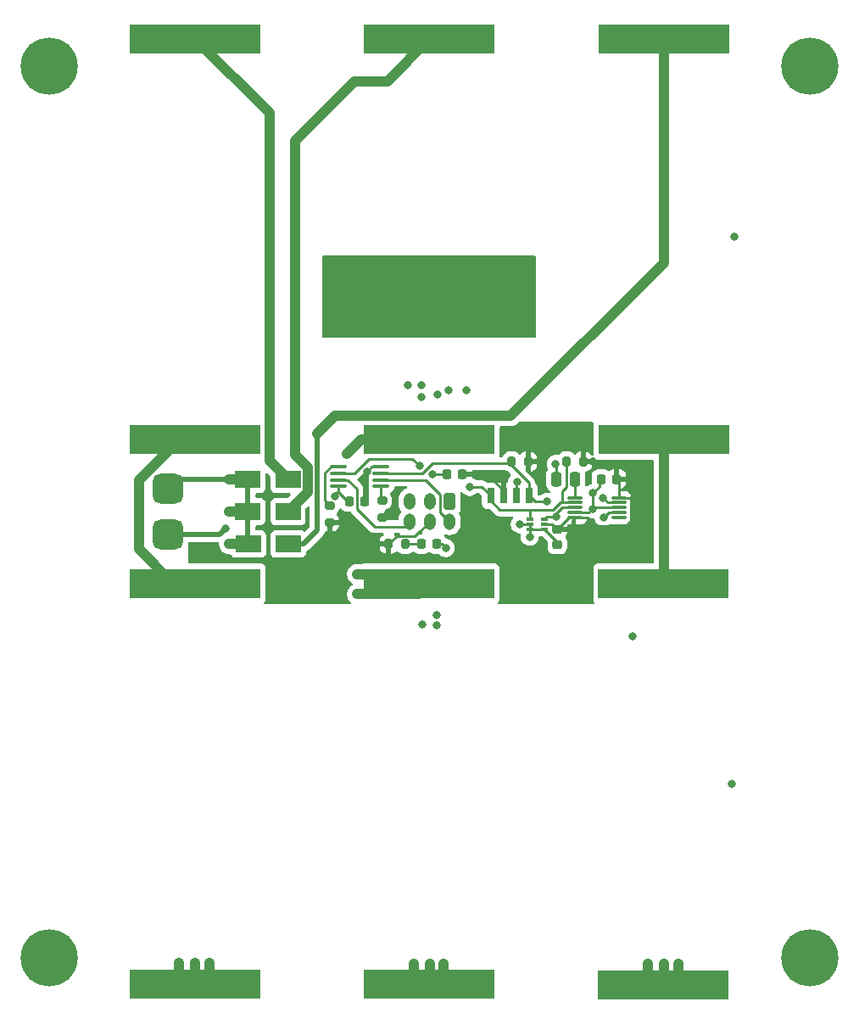
<source format=gbr>
%TF.GenerationSoftware,KiCad,Pcbnew,9.0.3*%
%TF.CreationDate,2025-09-24T18:37:52-07:00*%
%TF.ProjectId,XY_Faces_V3,58595f46-6163-4657-935f-56332e6b6963,3.0*%
%TF.SameCoordinates,Original*%
%TF.FileFunction,Copper,L1,Top*%
%TF.FilePolarity,Positive*%
%FSLAX46Y46*%
G04 Gerber Fmt 4.6, Leading zero omitted, Abs format (unit mm)*
G04 Created by KiCad (PCBNEW 9.0.3) date 2025-09-24 18:37:52*
%MOMM*%
%LPD*%
G01*
G04 APERTURE LIST*
G04 Aperture macros list*
%AMRoundRect*
0 Rectangle with rounded corners*
0 $1 Rounding radius*
0 $2 $3 $4 $5 $6 $7 $8 $9 X,Y pos of 4 corners*
0 Add a 4 corners polygon primitive as box body*
4,1,4,$2,$3,$4,$5,$6,$7,$8,$9,$2,$3,0*
0 Add four circle primitives for the rounded corners*
1,1,$1+$1,$2,$3*
1,1,$1+$1,$4,$5*
1,1,$1+$1,$6,$7*
1,1,$1+$1,$8,$9*
0 Add four rect primitives between the rounded corners*
20,1,$1+$1,$2,$3,$4,$5,0*
20,1,$1+$1,$4,$5,$6,$7,0*
20,1,$1+$1,$6,$7,$8,$9,0*
20,1,$1+$1,$8,$9,$2,$3,0*%
G04 Aperture macros list end*
%TA.AperFunction,ComponentPad*%
%ADD10C,5.700000*%
%TD*%
%TA.AperFunction,SMDPad,CuDef*%
%ADD11R,13.000000X3.000000*%
%TD*%
%TA.AperFunction,SMDPad,CuDef*%
%ADD12RoundRect,0.750000X0.750000X-0.750000X0.750000X0.750000X-0.750000X0.750000X-0.750000X-0.750000X0*%
%TD*%
%TA.AperFunction,SMDPad,CuDef*%
%ADD13RoundRect,0.087500X-0.250000X-0.087500X0.250000X-0.087500X0.250000X0.087500X-0.250000X0.087500X0*%
%TD*%
%TA.AperFunction,SMDPad,CuDef*%
%ADD14R,2.500000X1.700000*%
%TD*%
%TA.AperFunction,SMDPad,CuDef*%
%ADD15O,1.690000X0.360000*%
%TD*%
%TA.AperFunction,SMDPad,CuDef*%
%ADD16RoundRect,0.225000X-0.225000X-0.250000X0.225000X-0.250000X0.225000X0.250000X-0.225000X0.250000X0*%
%TD*%
%TA.AperFunction,SMDPad,CuDef*%
%ADD17RoundRect,0.200000X0.275000X-0.200000X0.275000X0.200000X-0.275000X0.200000X-0.275000X-0.200000X0*%
%TD*%
%TA.AperFunction,SMDPad,CuDef*%
%ADD18RoundRect,0.225000X0.225000X0.250000X-0.225000X0.250000X-0.225000X-0.250000X0.225000X-0.250000X0*%
%TD*%
%TA.AperFunction,SMDPad,CuDef*%
%ADD19RoundRect,0.225000X-0.250000X0.225000X-0.250000X-0.225000X0.250000X-0.225000X0.250000X0.225000X0*%
%TD*%
%TA.AperFunction,SMDPad,CuDef*%
%ADD20RoundRect,0.250000X0.250000X0.475000X-0.250000X0.475000X-0.250000X-0.475000X0.250000X-0.475000X0*%
%TD*%
%TA.AperFunction,SMDPad,CuDef*%
%ADD21RoundRect,0.200000X-0.275000X0.200000X-0.275000X-0.200000X0.275000X-0.200000X0.275000X0.200000X0*%
%TD*%
%TA.AperFunction,SMDPad,CuDef*%
%ADD22R,0.700000X1.600000*%
%TD*%
%TA.AperFunction,SMDPad,CuDef*%
%ADD23RoundRect,0.200000X-0.200000X-0.275000X0.200000X-0.275000X0.200000X0.275000X-0.200000X0.275000X0*%
%TD*%
%TA.AperFunction,SMDPad,CuDef*%
%ADD24RoundRect,0.218750X0.218750X0.256250X-0.218750X0.256250X-0.218750X-0.256250X0.218750X-0.256250X0*%
%TD*%
%TA.AperFunction,SMDPad,CuDef*%
%ADD25RoundRect,0.075000X-0.650000X-0.075000X0.650000X-0.075000X0.650000X0.075000X-0.650000X0.075000X0*%
%TD*%
%TA.AperFunction,ComponentPad*%
%ADD26RoundRect,0.250000X0.350000X0.575000X-0.350000X0.575000X-0.350000X-0.575000X0.350000X-0.575000X0*%
%TD*%
%TA.AperFunction,ComponentPad*%
%ADD27O,1.200000X1.650000*%
%TD*%
%TA.AperFunction,ViaPad*%
%ADD28C,0.800000*%
%TD*%
%TA.AperFunction,Conductor*%
%ADD29C,0.250000*%
%TD*%
%TA.AperFunction,Conductor*%
%ADD30C,1.000000*%
%TD*%
%TA.AperFunction,Conductor*%
%ADD31C,0.500000*%
%TD*%
G04 APERTURE END LIST*
D10*
%TO.P,J2,1,Pin_1*%
%TO.N,unconnected-(J2-Pin_1-Pad1)*%
X106500000Y-70300000D03*
%TD*%
%TO.P,J3,1,Pin_1*%
%TO.N,unconnected-(J3-Pin_1-Pad1)*%
X106500000Y-159300000D03*
%TD*%
%TO.P,J4,1,Pin_1*%
%TO.N,unconnected-(J4-Pin_1-Pad1)*%
X182500000Y-70300000D03*
%TD*%
%TO.P,J5,1,Pin_1*%
%TO.N,unconnected-(J5-Pin_1-Pad1)*%
X182500000Y-159300000D03*
%TD*%
D11*
%TO.P,SC5,1,+*%
%TO.N,Net-(D3-A)*%
X167860000Y-67570000D03*
%TO.P,SC5,2,-*%
%TO.N,Net-(SC5--)*%
X167860000Y-107570000D03*
%TD*%
D12*
%TO.P,TP1,1,1*%
%TO.N,VSOLAR*%
X118370000Y-112450000D03*
%TD*%
D13*
%TO.P,U2,1,SCL*%
%TO.N,/SCL*%
X154537500Y-115500000D03*
%TO.P,U2,2,GND*%
%TO.N,GND*%
X154537500Y-116000000D03*
%TO.P,U2,3,ALERT*%
X154537500Y-116500000D03*
%TO.P,U2,4,ADD0*%
X155962500Y-116500000D03*
%TO.P,U2,5,V+*%
%TO.N,+3V3*%
X155962500Y-116000000D03*
%TO.P,U2,6,SDA*%
%TO.N,/SDA*%
X155962500Y-115500000D03*
%TD*%
D14*
%TO.P,D3,1,K*%
%TO.N,VSOLAR*%
X126400000Y-118000000D03*
%TO.P,D3,2,A*%
%TO.N,Net-(D3-A)*%
X130400000Y-118000000D03*
%TD*%
D15*
%TO.P,U4,1,EN*%
%TO.N,Net-(U4-EN)*%
X135350000Y-110270000D03*
%TO.P,U4,2,SCLOUT*%
%TO.N,/SCL*%
X135350000Y-110930000D03*
%TO.P,U4,3,SCLIN*%
%TO.N,SCLIN*%
X135350000Y-111580000D03*
%TO.P,U4,4,GND*%
%TO.N,GND*%
X135350000Y-112230000D03*
%TO.P,U4,5,READY*%
%TO.N,Net-(U4-READY)*%
X139650000Y-112230000D03*
%TO.P,U4,6,SDAIN*%
%TO.N,SDAIN*%
X139650000Y-111580000D03*
%TO.P,U4,7,SDAOUT*%
%TO.N,/SDA*%
X139650000Y-110930000D03*
%TO.P,U4,8,VCC*%
%TO.N,+3V3*%
X139650000Y-110270000D03*
%TD*%
D16*
%TO.P,C6,1*%
%TO.N,GND*%
X136475000Y-113750000D03*
%TO.P,C6,2*%
%TO.N,+3V3*%
X138025000Y-113750000D03*
%TD*%
D12*
%TO.P,TP2,1,1*%
%TO.N,GND*%
X118360000Y-117050000D03*
%TD*%
D14*
%TO.P,D1,1,K*%
%TO.N,VSOLAR*%
X126360000Y-111540000D03*
%TO.P,D1,2,A*%
%TO.N,Net-(D1-A)*%
X130360000Y-111540000D03*
%TD*%
D11*
%TO.P,SC3,1,+*%
%TO.N,Net-(D2-A)*%
X144490000Y-67570000D03*
%TO.P,SC3,2,-*%
%TO.N,Net-(SC3--)*%
X144490000Y-107570000D03*
%TD*%
D17*
%TO.P,R2,1*%
%TO.N,+3V3*%
X134500000Y-115825000D03*
%TO.P,R2,2*%
%TO.N,Net-(U4-EN)*%
X134500000Y-114175000D03*
%TD*%
D11*
%TO.P,SC4,1,+*%
%TO.N,Net-(SC3--)*%
X144450000Y-121940000D03*
%TO.P,SC4,2,-*%
%TO.N,GND*%
X144450000Y-161940000D03*
%TD*%
%TO.P,SC2,1,+*%
%TO.N,Net-(SC1--)*%
X121120000Y-121920000D03*
%TO.P,SC2,2,-*%
%TO.N,GND*%
X121120000Y-161920000D03*
%TD*%
D18*
%TO.P,C4,1*%
%TO.N,+3V3*%
X147775000Y-111000000D03*
%TO.P,C4,2*%
%TO.N,GND*%
X146225000Y-111000000D03*
%TD*%
D14*
%TO.P,D2,1,K*%
%TO.N,VSOLAR*%
X126360000Y-114750000D03*
%TO.P,D2,2,A*%
%TO.N,Net-(D2-A)*%
X130360000Y-114750000D03*
%TD*%
D11*
%TO.P,SC6,1,+*%
%TO.N,Net-(SC5--)*%
X167850000Y-121950000D03*
%TO.P,SC6,2,-*%
%TO.N,GND*%
X167850000Y-161950000D03*
%TD*%
D19*
%TO.P,C2,1*%
%TO.N,+3V3*%
X157250000Y-116500000D03*
%TO.P,C2,2*%
%TO.N,GND*%
X157250000Y-118050000D03*
%TD*%
D20*
%TO.P,C5,1*%
%TO.N,Net-(U3-REG)*%
X159050000Y-111500000D03*
%TO.P,C5,2*%
%TO.N,GND*%
X157150000Y-111500000D03*
%TD*%
D21*
%TO.P,R4,1*%
%TO.N,Net-(U4-READY)*%
X139750000Y-113675000D03*
%TO.P,R4,2*%
%TO.N,+3V3*%
X139750000Y-115325000D03*
%TD*%
D22*
%TO.P,U1,1,SCL*%
%TO.N,/SCL*%
X150595000Y-113150001D03*
%TO.P,U1,2,VDD*%
%TO.N,+3V3*%
X151865000Y-113150000D03*
%TO.P,U1,3,GND*%
%TO.N,GND*%
X153135000Y-113150000D03*
%TO.P,U1,4,SDA*%
%TO.N,/SDA*%
X154405000Y-113150001D03*
%TD*%
D23*
%TO.P,R6,1*%
%TO.N,/SDA*%
X152675000Y-109750000D03*
%TO.P,R6,2*%
%TO.N,+3V3*%
X154325000Y-109750000D03*
%TD*%
%TO.P,R5,1*%
%TO.N,/SCL*%
X158175000Y-109750000D03*
%TO.P,R5,2*%
%TO.N,+3V3*%
X159825000Y-109750000D03*
%TD*%
D18*
%TO.P,C3,1*%
%TO.N,+3V3*%
X163175000Y-111500000D03*
%TO.P,C3,2*%
%TO.N,GND*%
X161625000Y-111500000D03*
%TD*%
D24*
%TO.P,D4,1,K*%
%TO.N,GND*%
X145250000Y-118000000D03*
%TO.P,D4,2,A*%
%TO.N,Net-(D4-A)*%
X143674998Y-118000000D03*
%TD*%
D11*
%TO.P,SC1,1,+*%
%TO.N,Net-(D1-A)*%
X121090000Y-67570000D03*
%TO.P,SC1,2,-*%
%TO.N,Net-(SC1--)*%
X121090000Y-107570000D03*
%TD*%
D23*
%TO.P,R1,1*%
%TO.N,+3V3*%
X140425000Y-118000000D03*
%TO.P,R1,2*%
%TO.N,Net-(D4-A)*%
X142075000Y-118000000D03*
%TD*%
D25*
%TO.P,U3,1,REG*%
%TO.N,Net-(U3-REG)*%
X158980000Y-113350000D03*
%TO.P,U3,2,SCL*%
%TO.N,/SCL*%
X158980000Y-113850000D03*
%TO.P,U3,3,SDA*%
%TO.N,/SDA*%
X158980000Y-114350000D03*
%TO.P,U3,4,IN/TRIG*%
%TO.N,GND*%
X158980000Y-114850000D03*
%TO.P,U3,5,EN*%
%TO.N,+3V3*%
X158980000Y-115350000D03*
%TO.P,U3,6,VDD/NC*%
%TO.N,unconnected-(U3-VDD{slash}NC-Pad6)*%
X163380000Y-115350000D03*
%TO.P,U3,7,OUT+*%
%TO.N,Net-(U3-OUT+)*%
X163380000Y-114850000D03*
%TO.P,U3,8,GND*%
%TO.N,GND*%
X163380000Y-114350000D03*
%TO.P,U3,9,OUT-*%
%TO.N,Net-(U3-OUT+)*%
X163380000Y-113850000D03*
%TO.P,U3,10,VDD*%
%TO.N,+3V3*%
X163380000Y-113350000D03*
%TD*%
D26*
%TO.P,CN1,1,Pin_1*%
%TO.N,GND*%
X146500001Y-113750001D03*
D27*
%TO.P,CN1,2,Pin_2*%
%TO.N,SDAIN*%
X146500001Y-115750002D03*
%TO.P,CN1,3,Pin_3*%
%TO.N,VSOLAR*%
X144500000Y-113750001D03*
%TO.P,CN1,4,Pin_4*%
%TO.N,+3V3*%
X144500001Y-115750001D03*
%TO.P,CN1,5,Pin_5*%
%TO.N,VSOLAR*%
X142500001Y-113750001D03*
%TO.P,CN1,6,Pin_6*%
%TO.N,SCLIN*%
X142500000Y-115750001D03*
%TD*%
D28*
%TO.N,GND*%
X153250000Y-111750000D03*
X169300000Y-159860000D03*
X153500000Y-116000000D03*
X160825000Y-112900000D03*
X157100000Y-110000000D03*
X143800000Y-126000000D03*
X145272182Y-103027818D03*
X144520000Y-159900000D03*
X119500000Y-159800000D03*
X167920000Y-159860000D03*
X144750000Y-111000000D03*
X142900000Y-159900000D03*
X166300000Y-159860000D03*
X145900000Y-159900000D03*
X146112347Y-118387653D03*
X154500000Y-117250000D03*
X135015253Y-113208948D03*
X121120000Y-159800000D03*
X124150000Y-116450000D03*
X122500000Y-159800000D03*
X160750000Y-114500000D03*
%TO.N,+3V3*%
X150250000Y-111000000D03*
X145200000Y-125100000D03*
X143700000Y-102100000D03*
X163300000Y-116900000D03*
X138227388Y-110744462D03*
X135750000Y-115750000D03*
X143700000Y-103300000D03*
X140346149Y-114850001D03*
X160750000Y-109750000D03*
X158775000Y-116900000D03*
X145200000Y-126100000D03*
X155500000Y-109750000D03*
%TO.N,VSOLAR*%
X146400000Y-102600000D03*
X124500000Y-114750000D03*
X124500000Y-111500000D03*
X124500000Y-118000000D03*
X148200000Y-102600000D03*
%TO.N,/SCL*%
X148508348Y-112272245D03*
X143496487Y-110201487D03*
%TO.N,/SDA*%
X157165885Y-115284647D03*
X156250000Y-113750000D03*
%TO.N,Net-(SC3--)*%
X137250000Y-123000000D03*
X136250000Y-109000000D03*
X137250000Y-108000000D03*
X137250000Y-121000000D03*
%TO.N,Net-(U3-OUT+)*%
X161890000Y-115330000D03*
X174680000Y-141950000D03*
X161820000Y-113350000D03*
X164800000Y-127190000D03*
X174900000Y-87350000D03*
%TO.N,SCLIN*%
X142300000Y-102100000D03*
%TD*%
D29*
%TO.N,GND*%
X154537500Y-116000000D02*
X153500000Y-116000000D01*
X146050001Y-111000000D02*
X144750000Y-111000000D01*
X154537500Y-116500000D02*
X154537500Y-117212500D01*
X145250000Y-118000000D02*
X145724694Y-118000000D01*
X135015253Y-113084747D02*
X135350000Y-112750000D01*
X145724694Y-118000000D02*
X146112347Y-118387653D01*
X160750000Y-112975000D02*
X160825000Y-112900000D01*
D30*
X121120000Y-161920000D02*
X121120000Y-159800000D01*
D29*
X157250000Y-118050000D02*
X157250000Y-117787500D01*
D30*
X119500000Y-159800000D02*
X119500000Y-160300000D01*
D29*
X135015253Y-113208948D02*
X135015253Y-113084747D01*
X135350000Y-112230000D02*
X135350000Y-112750000D01*
X160900000Y-114350000D02*
X160750000Y-114500000D01*
X153135000Y-111865000D02*
X153250000Y-111750000D01*
X158980000Y-114850000D02*
X160400000Y-114850000D01*
X153135000Y-113150000D02*
X153135000Y-111865000D01*
D30*
X144520000Y-162020000D02*
X144520000Y-159900000D01*
X122500000Y-159800000D02*
X122500000Y-160540000D01*
D29*
X160750000Y-114500000D02*
X160750000Y-112975000D01*
X161450001Y-111500000D02*
X161450001Y-112274999D01*
X154537500Y-116500000D02*
X155962500Y-116500000D01*
X157100000Y-110000000D02*
X157150000Y-110050000D01*
X160400000Y-114850000D02*
X160750000Y-114500000D01*
X157250000Y-117787500D02*
X155962500Y-116500000D01*
X157150000Y-110050000D02*
X157150000Y-111450000D01*
D30*
X145900000Y-160640000D02*
X144520000Y-162020000D01*
X169300000Y-159860000D02*
X169300000Y-160600000D01*
D29*
X135350000Y-112750000D02*
X135350000Y-112799999D01*
X154537500Y-117212500D02*
X154500000Y-117250000D01*
D30*
X145900000Y-159900000D02*
X145900000Y-160640000D01*
D29*
X135350000Y-112799999D02*
X136300001Y-113750000D01*
X163380000Y-114350000D02*
X160900000Y-114350000D01*
D30*
X142900000Y-159900000D02*
X142900000Y-160400000D01*
D31*
X118360000Y-117050000D02*
X123550000Y-117050000D01*
D30*
X167920000Y-161980000D02*
X167920000Y-159860000D01*
X166300000Y-159860000D02*
X166300000Y-160360000D01*
D29*
X161450001Y-112274999D02*
X160825000Y-112900000D01*
D31*
X123550000Y-117050000D02*
X124150000Y-116450000D01*
D29*
X154537500Y-116500000D02*
X154537500Y-116000000D01*
%TO.N,+3V3*%
X159825000Y-109750000D02*
X160750000Y-109750000D01*
X139650000Y-110270000D02*
X138701850Y-110270000D01*
X151865000Y-113150000D02*
X151865000Y-112618001D01*
X156750000Y-116000000D02*
X157250000Y-116500000D01*
X139871150Y-115325000D02*
X139750000Y-115325000D01*
X138227388Y-113722611D02*
X138199999Y-113750000D01*
X163250000Y-116170000D02*
X164130000Y-116170000D01*
X158400000Y-115350000D02*
X157250000Y-116500000D01*
X143051002Y-117199000D02*
X141226000Y-117199000D01*
X163230000Y-116970000D02*
X163300000Y-116900000D01*
X150246999Y-111000000D02*
X147949999Y-111000000D01*
X158775000Y-116900000D02*
X158775000Y-115555000D01*
X141226000Y-117199000D02*
X140425000Y-118000000D01*
X138701850Y-110270000D02*
X138227388Y-110744462D01*
X138227388Y-110744462D02*
X138227388Y-113722611D01*
X163300000Y-116900000D02*
X163300000Y-116220000D01*
X135675000Y-115825000D02*
X135750000Y-115750000D01*
X163300000Y-116220000D02*
X163250000Y-116170000D01*
X158775000Y-115555000D02*
X158980000Y-115350000D01*
X140346149Y-114850001D02*
X139871150Y-115325000D01*
X144500001Y-115750001D02*
X143051002Y-117199000D01*
X158980000Y-115350000D02*
X160320000Y-115350000D01*
X158980000Y-115350000D02*
X158400000Y-115350000D01*
X164450000Y-113350000D02*
X163380000Y-113350000D01*
X154325000Y-109750000D02*
X155500000Y-109750000D01*
X164600000Y-113500000D02*
X164450000Y-113350000D01*
X134500000Y-115825000D02*
X135675000Y-115825000D01*
X151865000Y-112618001D02*
X150246999Y-111000000D01*
X163380000Y-113350000D02*
X163380000Y-111410000D01*
X160320000Y-115350000D02*
X161140000Y-116170000D01*
X164130000Y-116170000D02*
X164600000Y-115700000D01*
X164600000Y-115700000D02*
X164600000Y-113500000D01*
X155962500Y-116000000D02*
X156750000Y-116000000D01*
X161140000Y-116170000D02*
X163250000Y-116170000D01*
D30*
%TO.N,VSOLAR*%
X126320000Y-111500000D02*
X126360000Y-111540000D01*
D31*
X126360000Y-117960000D02*
X126400000Y-118000000D01*
D30*
X124500000Y-118000000D02*
X126400000Y-118000000D01*
D31*
X126360000Y-111540000D02*
X126360000Y-117960000D01*
X118370000Y-112450000D02*
X119280000Y-111540000D01*
D30*
X124500000Y-114750000D02*
X126360000Y-114750000D01*
D31*
X119280000Y-111540000D02*
X126360000Y-111540000D01*
D30*
X124500000Y-111500000D02*
X126320000Y-111500000D01*
D29*
%TO.N,Net-(U3-REG)*%
X158980000Y-113350000D02*
X158980000Y-111570000D01*
X158980000Y-111570000D02*
X159050000Y-111500000D01*
D30*
%TO.N,Net-(D1-A)*%
X128500000Y-109680000D02*
X130360000Y-111540000D01*
X121090000Y-67570000D02*
X128500000Y-74980000D01*
X128500000Y-74980000D02*
X128500000Y-109680000D01*
%TO.N,Net-(D2-A)*%
X131060000Y-109060000D02*
X132349000Y-110349000D01*
X144490000Y-67570000D02*
X140260000Y-71800000D01*
X131060000Y-77740000D02*
X131060000Y-109060000D01*
X140260000Y-71800000D02*
X137000000Y-71800000D01*
X132349000Y-110349000D02*
X132349000Y-112761000D01*
X132349000Y-112761000D02*
X130360000Y-114750000D01*
X137000000Y-71800000D02*
X131060000Y-77740000D01*
D29*
%TO.N,/SCL*%
X150595000Y-113682000D02*
X151500613Y-114587613D01*
X157750000Y-113850000D02*
X157575226Y-113850000D01*
X158175000Y-112269514D02*
X157750000Y-112694514D01*
X135350000Y-110930000D02*
X136969408Y-110930000D01*
X154500000Y-114587613D02*
X156837613Y-114587613D01*
X157750000Y-112694514D02*
X157750000Y-113850000D01*
X148508348Y-112272245D02*
X149717244Y-112272245D01*
X136969408Y-110930000D02*
X138399408Y-109500000D01*
X154500000Y-115462500D02*
X154537500Y-115500000D01*
X151500613Y-114587613D02*
X154500000Y-114587613D01*
X154500000Y-114587613D02*
X154500000Y-115462500D01*
X159125000Y-113850000D02*
X157750000Y-113850000D01*
X149717244Y-112272245D02*
X150595000Y-113150001D01*
X150595000Y-113150001D02*
X150595000Y-113682000D01*
X158175000Y-109750000D02*
X158175000Y-112269514D01*
X157575226Y-113850000D02*
X156837613Y-114587613D01*
X138399408Y-109500000D02*
X142795000Y-109500000D01*
X142795000Y-109500000D02*
X143496487Y-110201487D01*
%TO.N,/SDA*%
X157723812Y-114350000D02*
X157286906Y-114786906D01*
X139650000Y-110930000D02*
X143793280Y-110930000D01*
X156250000Y-113750000D02*
X155004999Y-113750000D01*
X154405000Y-111878280D02*
X154405000Y-113150001D01*
X152475720Y-109949000D02*
X154405000Y-111878280D01*
X157165885Y-114907927D02*
X157165885Y-115284647D01*
X156177853Y-115284647D02*
X155962500Y-115500000D01*
X143793280Y-110930000D02*
X144774280Y-109949000D01*
X144774280Y-109949000D02*
X152475720Y-109949000D01*
X158980000Y-114350000D02*
X157723812Y-114350000D01*
X157286906Y-114786906D02*
X157165885Y-114907927D01*
X155004999Y-113750000D02*
X154405000Y-113150001D01*
X157165885Y-115284647D02*
X156177853Y-115284647D01*
D30*
%TO.N,Net-(D3-A)*%
X152600000Y-105200000D02*
X167860000Y-89940000D01*
X135050000Y-105200000D02*
X152600000Y-105200000D01*
X167860000Y-89940000D02*
X167860000Y-67570000D01*
X135050000Y-105200000D02*
X133300000Y-106950000D01*
D31*
X133300000Y-116610000D02*
X131910000Y-118000000D01*
X133300000Y-106950000D02*
X133300000Y-116610000D01*
X131910000Y-118000000D02*
X130400000Y-118000000D01*
D29*
%TO.N,Net-(D4-A)*%
X142075000Y-118000000D02*
X143674998Y-118000000D01*
D30*
%TO.N,Net-(SC1--)*%
X115500000Y-118500000D02*
X118920000Y-121920000D01*
X118920000Y-121920000D02*
X121120000Y-121920000D01*
X115500000Y-111633987D02*
X115500000Y-118500000D01*
X119563987Y-107570000D02*
X115500000Y-111633987D01*
X121090000Y-107570000D02*
X119563987Y-107570000D01*
%TO.N,Net-(SC3--)*%
X137250000Y-123000000D02*
X143390000Y-123000000D01*
X143390000Y-123000000D02*
X144450000Y-121940000D01*
X137680000Y-107570000D02*
X136250000Y-109000000D01*
X143510000Y-121000000D02*
X144450000Y-121940000D01*
X137250000Y-121000000D02*
X143510000Y-121000000D01*
X144490000Y-107570000D02*
X137680000Y-107570000D01*
%TO.N,Net-(SC5--)*%
X167860000Y-107570000D02*
X167860000Y-121940000D01*
X167860000Y-121940000D02*
X167850000Y-121950000D01*
D29*
%TO.N,Net-(U3-OUT+)*%
X163380000Y-114850000D02*
X162370000Y-114850000D01*
X162320000Y-113850000D02*
X161820000Y-113350000D01*
X162370000Y-114850000D02*
X161890000Y-115330000D01*
X163380000Y-113850000D02*
X162320000Y-113850000D01*
%TO.N,SCLIN*%
X136330000Y-111580000D02*
X137250000Y-112500000D01*
X135350000Y-111580000D02*
X136330000Y-111580000D01*
X137250000Y-112500000D02*
X137250000Y-114500000D01*
X142000001Y-116250000D02*
X142500000Y-115750001D01*
X137250000Y-114500000D02*
X139000000Y-116250000D01*
X139000000Y-116250000D02*
X142000001Y-116250000D01*
%TO.N,SDAIN*%
X144080000Y-111580000D02*
X145574001Y-113074001D01*
X145574001Y-114824002D02*
X146500001Y-115750002D01*
X139650000Y-111580000D02*
X144080000Y-111580000D01*
X145574001Y-113074001D02*
X145574001Y-114824002D01*
%TO.N,Net-(U4-EN)*%
X134000000Y-113675000D02*
X134500000Y-114175000D01*
X135350000Y-110270000D02*
X134629408Y-110270000D01*
X134629408Y-110270000D02*
X134000000Y-110899408D01*
X134000000Y-110899408D02*
X134000000Y-113675000D01*
%TO.N,Net-(U4-READY)*%
X139650000Y-112230000D02*
X139650000Y-113575000D01*
X139650000Y-113575000D02*
X139750000Y-113675000D01*
%TD*%
%TA.AperFunction,NonConductor*%
G36*
X155055901Y-89219685D02*
G01*
X155101656Y-89272489D01*
X155112862Y-89324000D01*
X155112862Y-97276000D01*
X155093177Y-97343039D01*
X155040373Y-97388794D01*
X154988862Y-97400000D01*
X154900000Y-97400000D01*
X133924000Y-97400000D01*
X133856961Y-97380315D01*
X133811206Y-97327511D01*
X133800000Y-97276000D01*
X133800000Y-89324000D01*
X133819685Y-89256961D01*
X133872489Y-89211206D01*
X133924000Y-89200000D01*
X154988862Y-89200000D01*
X155055901Y-89219685D01*
G37*
%TD.AperFunction*%
%TA.AperFunction,Conductor*%
%TO.N,+3V3*%
G36*
X160737874Y-105797297D02*
G01*
X160805937Y-105817491D01*
X160852279Y-105871277D01*
X160862186Y-105941579D01*
X160859257Y-105952998D01*
X160859823Y-105953132D01*
X160858009Y-105960803D01*
X160851500Y-106021350D01*
X160851500Y-109021669D01*
X160831498Y-109089790D01*
X160777842Y-109136283D01*
X160707568Y-109146387D01*
X160642988Y-109116893D01*
X160617671Y-109086853D01*
X160586421Y-109035160D01*
X160586413Y-109035149D01*
X160464850Y-108913586D01*
X160464840Y-108913578D01*
X160317706Y-108824633D01*
X160153552Y-108773481D01*
X160082223Y-108767000D01*
X160079000Y-108767000D01*
X160079000Y-109496000D01*
X160732999Y-109496000D01*
X160732999Y-109459515D01*
X160753001Y-109391394D01*
X160806657Y-109344901D01*
X160876931Y-109334797D01*
X160941511Y-109364291D01*
X160959867Y-109384006D01*
X160996738Y-109433261D01*
X161113792Y-109520887D01*
X161113794Y-109520888D01*
X161113796Y-109520889D01*
X161168678Y-109541359D01*
X161250795Y-109571988D01*
X161250803Y-109571990D01*
X161311350Y-109578499D01*
X161311355Y-109578499D01*
X161311362Y-109578500D01*
X166725500Y-109578500D01*
X166793621Y-109598502D01*
X166840114Y-109652158D01*
X166851500Y-109704500D01*
X166851500Y-119815500D01*
X166831498Y-119883621D01*
X166777842Y-119930114D01*
X166725500Y-119941500D01*
X161301350Y-119941500D01*
X161240803Y-119948009D01*
X161240795Y-119948011D01*
X161103797Y-119999110D01*
X161103792Y-119999112D01*
X160986738Y-120086738D01*
X160899112Y-120203792D01*
X160899110Y-120203797D01*
X160848011Y-120340795D01*
X160848009Y-120340803D01*
X160841500Y-120401350D01*
X160841500Y-123498649D01*
X160848009Y-123559196D01*
X160848011Y-123559204D01*
X160899110Y-123696202D01*
X160899112Y-123696207D01*
X160975682Y-123798491D01*
X161000493Y-123865011D01*
X160985402Y-123934385D01*
X160935200Y-123984587D01*
X160874814Y-124000000D01*
X151417700Y-124000000D01*
X151349579Y-123979998D01*
X151303086Y-123926342D01*
X151292982Y-123856068D01*
X151316832Y-123798491D01*
X151400887Y-123686207D01*
X151400887Y-123686206D01*
X151400889Y-123686204D01*
X151451989Y-123549201D01*
X151454140Y-123529201D01*
X151458499Y-123488649D01*
X151458500Y-123488632D01*
X151458500Y-120391367D01*
X151458499Y-120391350D01*
X151451990Y-120330803D01*
X151451988Y-120330795D01*
X151400889Y-120193797D01*
X151400887Y-120193792D01*
X151313261Y-120076738D01*
X151196207Y-119989112D01*
X151196202Y-119989110D01*
X151059204Y-119938011D01*
X151059196Y-119938009D01*
X150998649Y-119931500D01*
X150998638Y-119931500D01*
X137901362Y-119931500D01*
X137901350Y-119931500D01*
X137840803Y-119938009D01*
X137840802Y-119938010D01*
X137840799Y-119938010D01*
X137840799Y-119938011D01*
X137718688Y-119983556D01*
X137674657Y-119991500D01*
X137150668Y-119991500D01*
X136955830Y-120030256D01*
X136955825Y-120030258D01*
X136772296Y-120106279D01*
X136607123Y-120216644D01*
X136607116Y-120216649D01*
X136466649Y-120357116D01*
X136466644Y-120357123D01*
X136356279Y-120522296D01*
X136280258Y-120705825D01*
X136280256Y-120705830D01*
X136241500Y-120900668D01*
X136241500Y-120900671D01*
X136241500Y-121099329D01*
X136280256Y-121294169D01*
X136356279Y-121477704D01*
X136466647Y-121642881D01*
X136607119Y-121783353D01*
X136772296Y-121893721D01*
X136774562Y-121895235D01*
X136820090Y-121949712D01*
X136828938Y-122020155D01*
X136798296Y-122084199D01*
X136774562Y-122104765D01*
X136607123Y-122216644D01*
X136607116Y-122216649D01*
X136466649Y-122357116D01*
X136466644Y-122357123D01*
X136356279Y-122522296D01*
X136280258Y-122705825D01*
X136280256Y-122705830D01*
X136241500Y-122900668D01*
X136241500Y-122900671D01*
X136241500Y-123099329D01*
X136280256Y-123294169D01*
X136356279Y-123477704D01*
X136466647Y-123642881D01*
X136466649Y-123642883D01*
X136608671Y-123784905D01*
X136642697Y-123847217D01*
X136637632Y-123918032D01*
X136595085Y-123974868D01*
X136528565Y-123999679D01*
X136519576Y-124000000D01*
X128070713Y-124000000D01*
X128002592Y-123979998D01*
X127956099Y-123926342D01*
X127945995Y-123856068D01*
X127975489Y-123791488D01*
X127981618Y-123784905D01*
X127983259Y-123783263D01*
X127983259Y-123783261D01*
X127983261Y-123783261D01*
X128070889Y-123666204D01*
X128121989Y-123529201D01*
X128126351Y-123488632D01*
X128128499Y-123468649D01*
X128128500Y-123468632D01*
X128128500Y-120371367D01*
X128128499Y-120371350D01*
X128121990Y-120310803D01*
X128121988Y-120310795D01*
X128092924Y-120232875D01*
X128070889Y-120173796D01*
X128070888Y-120173794D01*
X128070887Y-120173792D01*
X127983261Y-120056738D01*
X127866207Y-119969112D01*
X127866202Y-119969110D01*
X127729204Y-119918011D01*
X127729196Y-119918009D01*
X127668649Y-119911500D01*
X127668638Y-119911500D01*
X120513830Y-119911500D01*
X120445709Y-119891498D01*
X120399216Y-119837842D01*
X120387838Y-119786877D01*
X120380290Y-119096207D01*
X120367608Y-117935875D01*
X120386864Y-117867542D01*
X120440008Y-117820465D01*
X120493600Y-117808500D01*
X123365500Y-117808500D01*
X123433621Y-117828502D01*
X123480114Y-117882158D01*
X123491500Y-117934500D01*
X123491500Y-118099331D01*
X123503270Y-118158500D01*
X123530256Y-118294169D01*
X123606279Y-118477704D01*
X123716647Y-118642881D01*
X123857119Y-118783353D01*
X124022296Y-118893721D01*
X124205831Y-118969744D01*
X124400671Y-119008500D01*
X124578916Y-119008500D01*
X124647037Y-119028502D01*
X124693530Y-119082158D01*
X124696971Y-119090467D01*
X124699110Y-119096202D01*
X124699112Y-119096207D01*
X124786738Y-119213261D01*
X124903792Y-119300887D01*
X124903794Y-119300888D01*
X124903796Y-119300889D01*
X124962875Y-119322924D01*
X125040795Y-119351988D01*
X125040803Y-119351990D01*
X125101350Y-119358499D01*
X125101355Y-119358499D01*
X125101362Y-119358500D01*
X125101368Y-119358500D01*
X127698632Y-119358500D01*
X127698638Y-119358500D01*
X127698645Y-119358499D01*
X127698649Y-119358499D01*
X127759196Y-119351990D01*
X127759199Y-119351989D01*
X127759201Y-119351989D01*
X127896204Y-119300889D01*
X127949172Y-119261238D01*
X128013261Y-119213261D01*
X128100887Y-119096207D01*
X128100887Y-119096206D01*
X128100889Y-119096204D01*
X128151989Y-118959201D01*
X128158500Y-118898638D01*
X128158500Y-117101362D01*
X128157657Y-117093519D01*
X128151990Y-117040803D01*
X128151988Y-117040795D01*
X128117389Y-116948035D01*
X128100889Y-116903796D01*
X128100888Y-116903794D01*
X128100887Y-116903792D01*
X128013261Y-116786738D01*
X127896207Y-116699112D01*
X127896202Y-116699110D01*
X127759204Y-116648011D01*
X127759196Y-116648009D01*
X127698649Y-116641500D01*
X127698638Y-116641500D01*
X127244500Y-116641500D01*
X127176379Y-116621498D01*
X127129886Y-116567842D01*
X127118500Y-116515500D01*
X127118500Y-116234500D01*
X127138502Y-116166379D01*
X127192158Y-116119886D01*
X127244500Y-116108500D01*
X127658632Y-116108500D01*
X127658638Y-116108500D01*
X127658645Y-116108499D01*
X127658649Y-116108499D01*
X127719196Y-116101990D01*
X127719199Y-116101989D01*
X127719201Y-116101989D01*
X127856204Y-116050889D01*
X127876524Y-116035678D01*
X127973261Y-115963261D01*
X128060887Y-115846207D01*
X128060887Y-115846206D01*
X128060889Y-115846204D01*
X128111989Y-115709201D01*
X128115515Y-115676409D01*
X128118499Y-115648649D01*
X128118500Y-115648632D01*
X128118500Y-113851367D01*
X128118499Y-113851350D01*
X128111990Y-113790803D01*
X128111988Y-113790795D01*
X128065574Y-113666357D01*
X128060889Y-113653796D01*
X128060888Y-113653794D01*
X128060887Y-113653792D01*
X127973261Y-113536738D01*
X127856207Y-113449112D01*
X127856202Y-113449110D01*
X127719204Y-113398011D01*
X127719196Y-113398009D01*
X127658649Y-113391500D01*
X127658638Y-113391500D01*
X127244500Y-113391500D01*
X127235674Y-113388908D01*
X127226568Y-113390218D01*
X127202142Y-113379062D01*
X127176379Y-113371498D01*
X127170354Y-113364544D01*
X127161988Y-113360724D01*
X127147473Y-113338138D01*
X127129886Y-113317842D01*
X127127561Y-113307155D01*
X127123604Y-113300998D01*
X127118500Y-113265500D01*
X127118500Y-113024500D01*
X127138502Y-112956379D01*
X127192158Y-112909886D01*
X127244500Y-112898500D01*
X127658632Y-112898500D01*
X127658638Y-112898500D01*
X127658645Y-112898499D01*
X127658649Y-112898499D01*
X127719196Y-112891990D01*
X127719199Y-112891989D01*
X127719201Y-112891989D01*
X127725553Y-112889620D01*
X127738045Y-112884960D01*
X127856204Y-112840889D01*
X127857204Y-112840141D01*
X127973261Y-112753261D01*
X128060887Y-112636207D01*
X128060888Y-112636205D01*
X128060889Y-112636204D01*
X128111989Y-112499201D01*
X128112150Y-112497711D01*
X128118499Y-112438649D01*
X128118500Y-112438632D01*
X128118500Y-111028924D01*
X128138502Y-110960803D01*
X128192158Y-110914310D01*
X128262432Y-110904206D01*
X128327012Y-110933700D01*
X128333595Y-110939829D01*
X128564595Y-111170829D01*
X128598621Y-111233141D01*
X128601500Y-111259924D01*
X128601500Y-112438649D01*
X128608009Y-112499196D01*
X128608011Y-112499204D01*
X128659110Y-112636202D01*
X128659112Y-112636207D01*
X128746738Y-112753261D01*
X128863792Y-112840887D01*
X128863794Y-112840888D01*
X128863796Y-112840889D01*
X128891929Y-112851382D01*
X129000795Y-112891988D01*
X129000803Y-112891990D01*
X129061350Y-112898499D01*
X129061355Y-112898499D01*
X129061362Y-112898500D01*
X130481074Y-112898500D01*
X130549195Y-112918502D01*
X130595688Y-112972158D01*
X130605792Y-113042432D01*
X130576298Y-113107012D01*
X130570170Y-113113595D01*
X130329171Y-113354595D01*
X130266858Y-113388620D01*
X130240075Y-113391500D01*
X129061350Y-113391500D01*
X129000803Y-113398009D01*
X129000795Y-113398011D01*
X128863797Y-113449110D01*
X128863792Y-113449112D01*
X128746738Y-113536738D01*
X128659112Y-113653792D01*
X128659110Y-113653797D01*
X128608011Y-113790795D01*
X128608009Y-113790803D01*
X128601500Y-113851350D01*
X128601500Y-115648649D01*
X128608009Y-115709196D01*
X128608011Y-115709204D01*
X128659110Y-115846202D01*
X128659112Y-115846207D01*
X128746738Y-115963261D01*
X128863792Y-116050887D01*
X128863794Y-116050888D01*
X128863796Y-116050889D01*
X128922875Y-116072924D01*
X129000795Y-116101988D01*
X129000803Y-116101990D01*
X129061350Y-116108499D01*
X129061355Y-116108499D01*
X129061362Y-116108500D01*
X129061368Y-116108500D01*
X131658632Y-116108500D01*
X131658638Y-116108500D01*
X131658645Y-116108499D01*
X131658649Y-116108499D01*
X131719196Y-116101990D01*
X131719199Y-116101989D01*
X131719201Y-116101989D01*
X131856204Y-116050889D01*
X131876524Y-116035678D01*
X131973261Y-115963261D01*
X132060887Y-115846207D01*
X132060887Y-115846206D01*
X132060889Y-115846204D01*
X132111989Y-115709201D01*
X132115515Y-115676409D01*
X132118499Y-115648649D01*
X132118500Y-115648632D01*
X132118500Y-114469924D01*
X132127283Y-114440008D01*
X132133912Y-114409539D01*
X132137726Y-114404443D01*
X132138502Y-114401803D01*
X132155405Y-114380829D01*
X132326405Y-114209829D01*
X132388717Y-114175803D01*
X132459532Y-114180868D01*
X132516368Y-114223415D01*
X132541179Y-114289935D01*
X132541500Y-114298924D01*
X132541500Y-116243627D01*
X132521498Y-116311748D01*
X132504595Y-116332723D01*
X132111804Y-116725513D01*
X132049492Y-116759538D01*
X131978676Y-116754473D01*
X131947201Y-116737286D01*
X131896206Y-116699112D01*
X131896202Y-116699110D01*
X131759204Y-116648011D01*
X131759196Y-116648009D01*
X131698649Y-116641500D01*
X131698638Y-116641500D01*
X129101362Y-116641500D01*
X129101350Y-116641500D01*
X129040803Y-116648009D01*
X129040795Y-116648011D01*
X128903797Y-116699110D01*
X128903792Y-116699112D01*
X128786738Y-116786738D01*
X128699112Y-116903792D01*
X128699110Y-116903797D01*
X128648011Y-117040795D01*
X128648009Y-117040803D01*
X128641500Y-117101350D01*
X128641500Y-118898649D01*
X128648009Y-118959196D01*
X128648011Y-118959204D01*
X128699110Y-119096202D01*
X128699112Y-119096207D01*
X128786738Y-119213261D01*
X128903792Y-119300887D01*
X128903794Y-119300888D01*
X128903796Y-119300889D01*
X128962875Y-119322924D01*
X129040795Y-119351988D01*
X129040803Y-119351990D01*
X129101350Y-119358499D01*
X129101355Y-119358499D01*
X129101362Y-119358500D01*
X129101368Y-119358500D01*
X131698632Y-119358500D01*
X131698638Y-119358500D01*
X131698645Y-119358499D01*
X131698649Y-119358499D01*
X131759196Y-119351990D01*
X131759199Y-119351989D01*
X131759201Y-119351989D01*
X131896204Y-119300889D01*
X131949172Y-119261238D01*
X132013261Y-119213261D01*
X132100887Y-119096207D01*
X132100887Y-119096206D01*
X132100889Y-119096204D01*
X132151989Y-118959201D01*
X132158500Y-118898638D01*
X132158500Y-118802252D01*
X132178502Y-118734131D01*
X132232158Y-118687638D01*
X132236237Y-118685862D01*
X132269284Y-118672174D01*
X132393515Y-118589166D01*
X132650460Y-118332221D01*
X139517001Y-118332221D01*
X139523481Y-118403553D01*
X139574633Y-118567706D01*
X139663578Y-118714840D01*
X139663586Y-118714850D01*
X139785149Y-118836413D01*
X139785159Y-118836421D01*
X139932293Y-118925366D01*
X140096446Y-118976518D01*
X140167781Y-118982999D01*
X140170999Y-118982999D01*
X140171000Y-118982998D01*
X140171000Y-118254000D01*
X139517001Y-118254000D01*
X139517001Y-118332221D01*
X132650460Y-118332221D01*
X133889166Y-117093515D01*
X133972174Y-116969284D01*
X134029351Y-116831247D01*
X134029352Y-116831241D01*
X134031149Y-116825321D01*
X134032922Y-116825859D01*
X134061776Y-116770662D01*
X134123461Y-116735513D01*
X134163878Y-116732645D01*
X134167783Y-116732999D01*
X134754000Y-116732999D01*
X134832222Y-116732999D01*
X134903553Y-116726518D01*
X135067706Y-116675366D01*
X135214840Y-116586421D01*
X135214850Y-116586413D01*
X135336413Y-116464850D01*
X135336421Y-116464840D01*
X135425366Y-116317706D01*
X135476518Y-116153553D01*
X135476518Y-116153552D01*
X135483000Y-116082222D01*
X135483000Y-116079000D01*
X134754000Y-116079000D01*
X134754000Y-116732999D01*
X134167783Y-116732999D01*
X134245999Y-116732998D01*
X134246000Y-116732998D01*
X134246000Y-115951000D01*
X134266002Y-115882879D01*
X134319658Y-115836386D01*
X134372000Y-115825000D01*
X134500000Y-115825000D01*
X134500000Y-115697000D01*
X134520002Y-115628879D01*
X134573658Y-115582386D01*
X134626000Y-115571000D01*
X135482999Y-115571000D01*
X135482999Y-115567778D01*
X135476518Y-115496446D01*
X135425366Y-115332293D01*
X135336421Y-115185159D01*
X135336413Y-115185149D01*
X135240713Y-115089449D01*
X135206687Y-115027137D01*
X135211752Y-114956322D01*
X135240713Y-114911259D01*
X135336811Y-114815160D01*
X135336816Y-114815155D01*
X135425827Y-114667913D01*
X135471860Y-114520183D01*
X135511220Y-114461100D01*
X135576278Y-114432674D01*
X135646376Y-114443934D01*
X135681249Y-114468575D01*
X135791953Y-114579279D01*
X135791959Y-114579284D01*
X135791960Y-114579285D01*
X135937899Y-114669302D01*
X136100664Y-114723236D01*
X136120756Y-114725288D01*
X136201120Y-114733500D01*
X136201128Y-114733500D01*
X136577494Y-114733500D01*
X136645615Y-114753502D01*
X136684342Y-114795474D01*
X136685161Y-114794928D01*
X136688599Y-114800074D01*
X136688600Y-114800075D01*
X136757929Y-114903833D01*
X138596167Y-116742072D01*
X138699925Y-116811401D01*
X138781447Y-116845168D01*
X138815215Y-116859155D01*
X138937606Y-116883500D01*
X139796483Y-116883500D01*
X139864604Y-116903502D01*
X139911097Y-116957158D01*
X139921201Y-117027432D01*
X139891707Y-117092012D01*
X139861667Y-117117329D01*
X139785159Y-117163578D01*
X139785149Y-117163586D01*
X139663586Y-117285149D01*
X139663578Y-117285159D01*
X139574633Y-117432293D01*
X139523481Y-117596446D01*
X139523481Y-117596447D01*
X139517000Y-117667777D01*
X139517000Y-117746000D01*
X140299000Y-117746000D01*
X140367121Y-117766002D01*
X140413614Y-117819658D01*
X140425000Y-117872000D01*
X140425000Y-118000000D01*
X140553000Y-118000000D01*
X140621121Y-118020002D01*
X140667614Y-118073658D01*
X140679000Y-118126000D01*
X140679000Y-118982999D01*
X140682222Y-118982999D01*
X140753553Y-118976518D01*
X140917706Y-118925366D01*
X141064840Y-118836421D01*
X141064850Y-118836413D01*
X141160551Y-118740713D01*
X141222863Y-118706687D01*
X141293678Y-118711752D01*
X141338741Y-118740713D01*
X141434839Y-118836811D01*
X141434844Y-118836815D01*
X141434845Y-118836816D01*
X141582087Y-118925827D01*
X141746351Y-118977013D01*
X141817735Y-118983500D01*
X142332264Y-118983499D01*
X142403649Y-118977013D01*
X142567913Y-118925827D01*
X142715155Y-118836816D01*
X142772647Y-118779323D01*
X142834957Y-118745300D01*
X142905773Y-118750364D01*
X142950834Y-118779323D01*
X143002111Y-118830600D01*
X143146806Y-118919849D01*
X143308184Y-118973324D01*
X143407787Y-118983500D01*
X143942208Y-118983499D01*
X144041812Y-118973324D01*
X144203190Y-118919849D01*
X144347885Y-118830600D01*
X144373404Y-118805080D01*
X144435714Y-118771056D01*
X144506530Y-118776120D01*
X144551593Y-118805080D01*
X144577113Y-118830600D01*
X144721808Y-118919849D01*
X144883186Y-118973324D01*
X144982789Y-118983500D01*
X145371190Y-118983499D01*
X145439310Y-119003501D01*
X145460285Y-119020404D01*
X145533212Y-119093331D01*
X145682011Y-119192755D01*
X145847347Y-119261240D01*
X146022868Y-119296153D01*
X146022869Y-119296153D01*
X146201825Y-119296153D01*
X146201826Y-119296153D01*
X146377347Y-119261240D01*
X146542683Y-119192755D01*
X146691482Y-119093331D01*
X146818025Y-118966788D01*
X146917449Y-118817989D01*
X146985934Y-118652653D01*
X147020847Y-118477132D01*
X147020847Y-118298174D01*
X146985934Y-118122653D01*
X146917449Y-117957317D01*
X146818025Y-117808518D01*
X146691482Y-117681975D01*
X146542683Y-117582551D01*
X146425776Y-117534126D01*
X146377350Y-117514067D01*
X146377348Y-117514066D01*
X146377347Y-117514066D01*
X146276424Y-117493991D01*
X146208001Y-117480381D01*
X146145092Y-117447473D01*
X146125344Y-117422952D01*
X146043100Y-117289613D01*
X146043099Y-117289612D01*
X146043094Y-117289606D01*
X145973490Y-117220002D01*
X145939464Y-117157690D01*
X145944529Y-117086875D01*
X145987076Y-117030039D01*
X146053596Y-117005228D01*
X146101519Y-117011073D01*
X146240427Y-117056207D01*
X146412760Y-117083502D01*
X146412763Y-117083502D01*
X146587239Y-117083502D01*
X146587242Y-117083502D01*
X146759575Y-117056207D01*
X146925517Y-117002290D01*
X147080982Y-116923076D01*
X147222140Y-116820519D01*
X147345518Y-116697141D01*
X147448075Y-116555983D01*
X147527289Y-116400518D01*
X147581206Y-116234576D01*
X147608501Y-116062243D01*
X147608501Y-115437761D01*
X147581206Y-115265428D01*
X147527289Y-115099486D01*
X147448075Y-114944021D01*
X147448071Y-114944016D01*
X147448070Y-114944013D01*
X147445487Y-114939797D01*
X147447024Y-114938854D01*
X147425780Y-114879293D01*
X147441867Y-114810143D01*
X147445329Y-114804992D01*
X147445178Y-114804899D01*
X147449031Y-114798653D01*
X147542116Y-114647739D01*
X147597888Y-114479427D01*
X147608501Y-114375546D01*
X147608500Y-113124457D01*
X147597888Y-113020575D01*
X147578005Y-112960573D01*
X147575566Y-112889620D01*
X147611874Y-112828610D01*
X147675403Y-112796915D01*
X147745983Y-112804597D01*
X147798348Y-112846910D01*
X147798739Y-112846590D01*
X147800287Y-112848476D01*
X147801205Y-112849218D01*
X147802377Y-112850942D01*
X147802665Y-112851374D01*
X147802669Y-112851378D01*
X147802670Y-112851380D01*
X147929213Y-112977923D01*
X148078012Y-113077347D01*
X148243348Y-113145832D01*
X148418869Y-113180745D01*
X148418870Y-113180745D01*
X148597826Y-113180745D01*
X148597827Y-113180745D01*
X148773348Y-113145832D01*
X148938684Y-113077347D01*
X149087483Y-112977923D01*
X149122756Y-112942650D01*
X149150124Y-112927705D01*
X149176353Y-112910849D01*
X149182651Y-112909943D01*
X149185068Y-112908624D01*
X149211851Y-112905745D01*
X149402650Y-112905745D01*
X149470771Y-112925747D01*
X149491745Y-112942650D01*
X149699595Y-113150500D01*
X149733621Y-113212812D01*
X149736500Y-113239595D01*
X149736500Y-113998650D01*
X149743009Y-114059197D01*
X149743011Y-114059205D01*
X149794110Y-114196203D01*
X149794112Y-114196208D01*
X149881738Y-114313262D01*
X149998792Y-114400888D01*
X149998794Y-114400889D01*
X149998796Y-114400890D01*
X150043956Y-114417734D01*
X150135795Y-114451989D01*
X150135803Y-114451991D01*
X150196350Y-114458500D01*
X150196355Y-114458500D01*
X150196362Y-114458501D01*
X150423407Y-114458501D01*
X150491528Y-114478503D01*
X150512502Y-114495406D01*
X151008542Y-114991446D01*
X151096780Y-115079684D01*
X151200538Y-115149013D01*
X151315828Y-115196768D01*
X151438219Y-115221113D01*
X152692063Y-115221113D01*
X152760184Y-115241115D01*
X152806677Y-115294771D01*
X152816781Y-115365045D01*
X152796828Y-115417115D01*
X152794322Y-115420864D01*
X152794322Y-115420865D01*
X152758883Y-115473903D01*
X152701119Y-115560354D01*
X152694898Y-115569664D01*
X152689723Y-115582158D01*
X152626414Y-115734996D01*
X152626413Y-115734999D01*
X152626413Y-115735000D01*
X152621373Y-115760336D01*
X152591500Y-115910518D01*
X152591500Y-116089481D01*
X152600575Y-116135102D01*
X152624898Y-116257386D01*
X152626414Y-116265003D01*
X152633182Y-116281342D01*
X152694898Y-116430336D01*
X152794322Y-116579135D01*
X152920865Y-116705678D01*
X153069664Y-116805102D01*
X153235000Y-116873587D01*
X153410521Y-116908500D01*
X153410522Y-116908500D01*
X153488099Y-116908500D01*
X153556220Y-116928502D01*
X153602713Y-116982158D01*
X153612817Y-117052432D01*
X153611682Y-117059056D01*
X153600782Y-117113852D01*
X153591500Y-117160518D01*
X153591500Y-117160521D01*
X153591500Y-117339479D01*
X153626413Y-117515000D01*
X153694898Y-117680336D01*
X153794322Y-117829135D01*
X153920865Y-117955678D01*
X154069664Y-118055102D01*
X154235000Y-118123587D01*
X154410521Y-118158500D01*
X154410522Y-118158500D01*
X154589478Y-118158500D01*
X154589479Y-118158500D01*
X154765000Y-118123587D01*
X154930336Y-118055102D01*
X155079135Y-117955678D01*
X155205678Y-117829135D01*
X155305102Y-117680336D01*
X155373587Y-117515000D01*
X155408500Y-117339479D01*
X155408500Y-117292296D01*
X155412943Y-117277162D01*
X155412346Y-117261404D01*
X155422740Y-117243796D01*
X155428502Y-117224175D01*
X155440420Y-117213847D01*
X155448438Y-117200267D01*
X155466702Y-117191074D01*
X155482158Y-117177682D01*
X155498659Y-117174989D01*
X155511855Y-117168348D01*
X155544321Y-117167539D01*
X155547693Y-117166989D01*
X155556264Y-117167891D01*
X155556913Y-117168160D01*
X155673434Y-117183500D01*
X155704517Y-117183500D01*
X155711099Y-117184193D01*
X155738054Y-117195288D01*
X155766027Y-117203502D01*
X155774398Y-117210248D01*
X155776751Y-117211217D01*
X155778228Y-117213335D01*
X155787001Y-117220405D01*
X156231227Y-117664631D01*
X156265253Y-117726943D01*
X156267480Y-117766527D01*
X156266500Y-117776122D01*
X156266500Y-118323880D01*
X156266499Y-118323880D01*
X156276763Y-118424333D01*
X156276764Y-118424336D01*
X156330698Y-118587101D01*
X156404460Y-118706687D01*
X156420715Y-118733040D01*
X156420720Y-118733046D01*
X156541953Y-118854279D01*
X156541959Y-118854284D01*
X156541960Y-118854285D01*
X156687899Y-118944302D01*
X156850664Y-118998236D01*
X156870756Y-119000288D01*
X156951120Y-119008500D01*
X156951128Y-119008500D01*
X157548880Y-119008500D01*
X157621936Y-119001035D01*
X157649336Y-118998236D01*
X157812101Y-118944302D01*
X157958040Y-118854285D01*
X158079285Y-118733040D01*
X158169302Y-118587101D01*
X158223236Y-118424336D01*
X158232643Y-118332264D01*
X158233500Y-118323880D01*
X158233500Y-117776119D01*
X158223236Y-117675666D01*
X158223236Y-117675664D01*
X158169302Y-117512899D01*
X158079285Y-117366960D01*
X158076070Y-117363745D01*
X158042043Y-117301438D01*
X158047104Y-117230622D01*
X158076072Y-117185546D01*
X158078890Y-117182727D01*
X158168847Y-117036884D01*
X158222742Y-116874241D01*
X158222744Y-116874229D01*
X158232999Y-116773852D01*
X158233000Y-116773852D01*
X158233000Y-116754000D01*
X157376000Y-116754000D01*
X157307879Y-116733998D01*
X157261386Y-116680342D01*
X157250000Y-116628000D01*
X157250000Y-116372000D01*
X157270002Y-116303879D01*
X157323658Y-116257386D01*
X157376000Y-116246000D01*
X158233000Y-116246000D01*
X158233000Y-116226147D01*
X158232999Y-116226145D01*
X158224894Y-116146806D01*
X158237868Y-116077005D01*
X158286521Y-116025300D01*
X158350241Y-116008000D01*
X158830000Y-116008000D01*
X158830000Y-115634500D01*
X158832591Y-115625674D01*
X158831282Y-115616568D01*
X158842437Y-115592142D01*
X158850002Y-115566379D01*
X158856955Y-115560354D01*
X158860776Y-115551988D01*
X158883361Y-115537473D01*
X158903658Y-115519886D01*
X158914344Y-115517561D01*
X158920502Y-115513604D01*
X158956000Y-115508500D01*
X159004000Y-115508500D01*
X159072121Y-115528502D01*
X159118614Y-115582158D01*
X159130000Y-115634500D01*
X159130000Y-116008000D01*
X159668207Y-116008000D01*
X159668216Y-116007999D01*
X159782194Y-115992993D01*
X159924012Y-115934252D01*
X160045800Y-115840800D01*
X160139252Y-115719012D01*
X160197993Y-115577195D01*
X160198075Y-115576891D01*
X160198214Y-115576662D01*
X160201154Y-115569565D01*
X160202260Y-115570023D01*
X160235025Y-115516268D01*
X160298885Y-115485245D01*
X160319782Y-115483500D01*
X160462393Y-115483500D01*
X160462394Y-115483500D01*
X160584785Y-115459155D01*
X160683922Y-115418090D01*
X160689870Y-115416807D01*
X160692773Y-115414808D01*
X160717550Y-115410837D01*
X160728088Y-115408565D01*
X160730108Y-115408500D01*
X160839479Y-115408500D01*
X160860581Y-115404302D01*
X160870944Y-115403969D01*
X160895676Y-115410374D01*
X160921127Y-115412652D01*
X160929459Y-115419124D01*
X160939673Y-115421770D01*
X160957017Y-115440531D01*
X160977195Y-115456206D01*
X160982256Y-115467834D01*
X160987867Y-115473903D01*
X160989896Y-115485385D01*
X160998575Y-115505322D01*
X161016413Y-115595000D01*
X161084898Y-115760336D01*
X161184322Y-115909135D01*
X161310865Y-116035678D01*
X161459664Y-116135102D01*
X161625000Y-116203587D01*
X161800521Y-116238500D01*
X161800522Y-116238500D01*
X161979478Y-116238500D01*
X161979479Y-116238500D01*
X162155000Y-116203587D01*
X162320336Y-116135102D01*
X162469135Y-116035678D01*
X162475109Y-116029702D01*
X162537419Y-115995676D01*
X162580654Y-115993873D01*
X162691756Y-116008500D01*
X162691763Y-116008500D01*
X164068237Y-116008500D01*
X164068244Y-116008500D01*
X164182324Y-115993481D01*
X164324268Y-115934686D01*
X164446157Y-115841157D01*
X164539686Y-115719268D01*
X164598481Y-115577324D01*
X164613500Y-115463244D01*
X164613500Y-115236756D01*
X164598481Y-115122676D01*
X164598479Y-115122672D01*
X164597660Y-115116447D01*
X164597660Y-115083553D01*
X164598479Y-115077327D01*
X164598481Y-115077324D01*
X164613500Y-114963244D01*
X164613500Y-114736756D01*
X164598481Y-114622676D01*
X164598479Y-114622672D01*
X164597660Y-114616447D01*
X164597660Y-114583553D01*
X164598479Y-114577327D01*
X164598481Y-114577324D01*
X164613500Y-114463244D01*
X164613500Y-114236756D01*
X164598481Y-114122676D01*
X164598479Y-114122672D01*
X164597660Y-114116447D01*
X164597660Y-114083553D01*
X164598479Y-114077327D01*
X164598481Y-114077324D01*
X164613500Y-113963244D01*
X164613500Y-113736756D01*
X164598481Y-113622676D01*
X164539686Y-113480732D01*
X164508419Y-113439984D01*
X164508418Y-113439982D01*
X164479813Y-113402704D01*
X164454212Y-113336484D01*
X164468476Y-113266935D01*
X164518078Y-113216139D01*
X164579775Y-113200000D01*
X164608157Y-113200000D01*
X164608156Y-113199999D01*
X164597993Y-113122805D01*
X164539252Y-112980987D01*
X164445800Y-112859199D01*
X164324012Y-112765747D01*
X164182194Y-112707006D01*
X164068216Y-112692000D01*
X163668382Y-112692000D01*
X163600261Y-112671998D01*
X163553768Y-112618342D01*
X163543664Y-112548068D01*
X163573158Y-112483488D01*
X163628749Y-112446396D01*
X163711884Y-112418847D01*
X163857728Y-112328890D01*
X163857734Y-112328885D01*
X163978885Y-112207734D01*
X163978890Y-112207728D01*
X164068847Y-112061884D01*
X164122742Y-111899241D01*
X164122744Y-111899229D01*
X164132999Y-111798852D01*
X164133000Y-111798852D01*
X164133000Y-111754000D01*
X163301000Y-111754000D01*
X163232879Y-111733998D01*
X163186386Y-111680342D01*
X163175000Y-111628000D01*
X163175000Y-111500000D01*
X163047000Y-111500000D01*
X162978879Y-111479998D01*
X162932386Y-111426342D01*
X162921000Y-111374000D01*
X162921000Y-111246000D01*
X163429000Y-111246000D01*
X164133000Y-111246000D01*
X164133000Y-111201147D01*
X164122744Y-111100770D01*
X164122742Y-111100758D01*
X164068847Y-110938115D01*
X163978890Y-110792271D01*
X163978885Y-110792265D01*
X163857734Y-110671114D01*
X163857728Y-110671109D01*
X163711884Y-110581152D01*
X163549241Y-110527257D01*
X163549229Y-110527255D01*
X163448852Y-110517000D01*
X163429000Y-110517000D01*
X163429000Y-111246000D01*
X162921000Y-111246000D01*
X162921000Y-110517000D01*
X162901147Y-110517000D01*
X162800770Y-110527255D01*
X162800758Y-110527257D01*
X162638115Y-110581152D01*
X162492271Y-110671109D01*
X162492267Y-110671112D01*
X162489442Y-110673938D01*
X162487026Y-110675256D01*
X162486514Y-110675662D01*
X162486444Y-110675574D01*
X162427128Y-110707959D01*
X162356312Y-110702890D01*
X162311253Y-110673928D01*
X162308040Y-110670715D01*
X162162101Y-110580698D01*
X161999336Y-110526764D01*
X161999333Y-110526763D01*
X161898880Y-110516500D01*
X161898872Y-110516500D01*
X161351128Y-110516500D01*
X161351120Y-110516500D01*
X161250666Y-110526763D01*
X161087899Y-110580698D01*
X160941959Y-110670715D01*
X160941953Y-110670720D01*
X160820720Y-110791953D01*
X160820715Y-110791959D01*
X160730698Y-110937899D01*
X160676763Y-111100666D01*
X160666500Y-111201119D01*
X160666500Y-111798880D01*
X160666499Y-111798880D01*
X160675513Y-111887093D01*
X160662539Y-111956894D01*
X160613887Y-112008600D01*
X160574752Y-112023478D01*
X160560004Y-112026411D01*
X160560000Y-112026413D01*
X160394665Y-112094897D01*
X160248818Y-112192348D01*
X160181065Y-112213562D01*
X160112598Y-112194778D01*
X160065155Y-112141961D01*
X160053470Y-112074775D01*
X160058500Y-112025545D01*
X160058499Y-110974456D01*
X160047887Y-110870574D01*
X160047886Y-110870572D01*
X160047216Y-110864010D01*
X160060192Y-110794210D01*
X160108845Y-110742504D01*
X160147989Y-110727625D01*
X160153555Y-110726518D01*
X160317706Y-110675366D01*
X160464840Y-110586421D01*
X160464850Y-110586413D01*
X160586413Y-110464850D01*
X160586421Y-110464840D01*
X160675366Y-110317706D01*
X160726518Y-110153553D01*
X160726518Y-110153552D01*
X160733000Y-110082222D01*
X160733000Y-110004000D01*
X159951000Y-110004000D01*
X159882879Y-109983998D01*
X159836386Y-109930342D01*
X159825000Y-109878000D01*
X159825000Y-109750000D01*
X159697000Y-109750000D01*
X159628879Y-109729998D01*
X159582386Y-109676342D01*
X159571000Y-109624000D01*
X159571000Y-108767000D01*
X159567768Y-108767001D01*
X159496446Y-108773481D01*
X159332293Y-108824633D01*
X159185159Y-108913578D01*
X159185149Y-108913586D01*
X159089449Y-109009287D01*
X159027137Y-109043313D01*
X158956322Y-109038248D01*
X158911259Y-109009287D01*
X158815160Y-108913188D01*
X158815155Y-108913184D01*
X158667911Y-108824172D01*
X158667906Y-108824170D01*
X158503646Y-108772986D01*
X158451723Y-108768268D01*
X158432265Y-108766500D01*
X158432262Y-108766500D01*
X157917738Y-108766500D01*
X157846353Y-108772986D01*
X157846352Y-108772986D01*
X157682093Y-108824170D01*
X157682088Y-108824172D01*
X157534844Y-108913184D01*
X157534843Y-108913185D01*
X157413181Y-109034848D01*
X157404320Y-109049506D01*
X157351959Y-109097453D01*
X157281988Y-109109479D01*
X157271914Y-109107896D01*
X157189486Y-109091500D01*
X157189479Y-109091500D01*
X157010521Y-109091500D01*
X157010518Y-109091500D01*
X156891040Y-109115266D01*
X156835000Y-109126413D01*
X156834999Y-109126413D01*
X156834996Y-109126414D01*
X156669662Y-109194899D01*
X156520869Y-109294319D01*
X156520862Y-109294324D01*
X156394324Y-109420862D01*
X156394319Y-109420869D01*
X156313811Y-109541359D01*
X156294898Y-109569664D01*
X156291238Y-109578500D01*
X156226414Y-109734996D01*
X156191500Y-109910518D01*
X156191500Y-109910521D01*
X156191500Y-110089479D01*
X156221263Y-110239111D01*
X156226414Y-110265003D01*
X156294899Y-110430339D01*
X156297815Y-110435793D01*
X156295414Y-110437076D01*
X156313127Y-110493582D01*
X156294389Y-110562017D01*
X156207885Y-110702262D01*
X156152113Y-110870572D01*
X156152112Y-110870579D01*
X156141500Y-110974446D01*
X156141500Y-112025544D01*
X156152112Y-112129425D01*
X156207885Y-112297738D01*
X156300970Y-112448652D01*
X156300975Y-112448658D01*
X156426341Y-112574024D01*
X156426345Y-112574027D01*
X156426348Y-112574030D01*
X156512213Y-112626992D01*
X156559691Y-112679776D01*
X156571094Y-112749851D01*
X156542802Y-112814967D01*
X156483797Y-112854450D01*
X156421485Y-112857811D01*
X156339484Y-112841500D01*
X156339479Y-112841500D01*
X156160521Y-112841500D01*
X156160518Y-112841500D01*
X156029771Y-112867507D01*
X155985000Y-112876413D01*
X155984999Y-112876413D01*
X155984996Y-112876414D01*
X155853902Y-112930716D01*
X155821794Y-112944016D01*
X155819662Y-112944899D01*
X155670869Y-113044319D01*
X155670862Y-113044324D01*
X155635592Y-113079595D01*
X155608223Y-113094539D01*
X155581995Y-113111396D01*
X155575696Y-113112301D01*
X155573280Y-113113621D01*
X155546497Y-113116500D01*
X155389500Y-113116500D01*
X155321379Y-113096498D01*
X155274886Y-113042842D01*
X155263500Y-112990500D01*
X155263500Y-112301368D01*
X155263499Y-112301351D01*
X155256990Y-112240804D01*
X155256988Y-112240796D01*
X155227667Y-112162185D01*
X155205889Y-112103797D01*
X155205888Y-112103795D01*
X155205887Y-112103793D01*
X155118261Y-111986739D01*
X155088990Y-111964827D01*
X155046444Y-111907991D01*
X155038500Y-111863960D01*
X155038500Y-111815887D01*
X155038499Y-111815883D01*
X155035117Y-111798880D01*
X155014155Y-111693495D01*
X154966400Y-111578205D01*
X154897071Y-111474447D01*
X154808833Y-111386209D01*
X154155623Y-110732999D01*
X154579000Y-110732999D01*
X154582222Y-110732999D01*
X154653553Y-110726518D01*
X154817706Y-110675366D01*
X154964840Y-110586421D01*
X154964850Y-110586413D01*
X155086413Y-110464850D01*
X155086421Y-110464840D01*
X155175366Y-110317706D01*
X155226518Y-110153553D01*
X155226518Y-110153552D01*
X155233000Y-110082222D01*
X155233000Y-110004000D01*
X154579000Y-110004000D01*
X154579000Y-110732999D01*
X154155623Y-110732999D01*
X154107905Y-110685281D01*
X154073879Y-110622969D01*
X154071000Y-110596186D01*
X154071000Y-109496000D01*
X154579000Y-109496000D01*
X155232999Y-109496000D01*
X155232999Y-109417778D01*
X155226518Y-109346446D01*
X155175366Y-109182293D01*
X155086421Y-109035159D01*
X155086413Y-109035149D01*
X154964850Y-108913586D01*
X154964840Y-108913578D01*
X154817706Y-108824633D01*
X154653552Y-108773481D01*
X154582223Y-108767000D01*
X154579000Y-108767000D01*
X154579000Y-109496000D01*
X154071000Y-109496000D01*
X154071000Y-108767000D01*
X154067768Y-108767001D01*
X153996446Y-108773481D01*
X153832293Y-108824633D01*
X153685159Y-108913578D01*
X153685149Y-108913586D01*
X153589449Y-109009287D01*
X153527137Y-109043313D01*
X153456322Y-109038248D01*
X153411259Y-109009287D01*
X153315160Y-108913188D01*
X153315155Y-108913184D01*
X153167911Y-108824172D01*
X153167906Y-108824170D01*
X153003646Y-108772986D01*
X152951723Y-108768268D01*
X152932265Y-108766500D01*
X152932262Y-108766500D01*
X152417738Y-108766500D01*
X152346353Y-108772986D01*
X152346352Y-108772986D01*
X152182093Y-108824170D01*
X152182088Y-108824172D01*
X152034844Y-108913184D01*
X152034839Y-108913188D01*
X151913188Y-109034839D01*
X151913184Y-109034844D01*
X151824173Y-109182086D01*
X151824173Y-109182087D01*
X151810181Y-109226987D01*
X151795850Y-109248499D01*
X151785112Y-109272012D01*
X151776498Y-109277547D01*
X151770821Y-109286070D01*
X151747132Y-109296420D01*
X151725386Y-109310396D01*
X151710124Y-109312590D01*
X151705763Y-109314496D01*
X151689888Y-109315500D01*
X151617608Y-109315500D01*
X151549487Y-109295498D01*
X151502994Y-109241842D01*
X151492330Y-109176032D01*
X151498499Y-109118649D01*
X151498500Y-109118632D01*
X151498500Y-106334500D01*
X151518502Y-106266379D01*
X151572158Y-106219886D01*
X151624500Y-106208500D01*
X152699328Y-106208500D01*
X152699329Y-106208500D01*
X152894169Y-106169744D01*
X153077704Y-106093721D01*
X153242881Y-105983353D01*
X153383353Y-105842881D01*
X153412358Y-105813875D01*
X153474668Y-105779851D01*
X153501801Y-105776971D01*
X160737874Y-105797297D01*
G37*
%TD.AperFunction*%
%TA.AperFunction,Conductor*%
G36*
X141447237Y-116884005D02*
G01*
X141448974Y-116883547D01*
X141481175Y-116893970D01*
X141513636Y-116903502D01*
X141514811Y-116904859D01*
X141516520Y-116905412D01*
X141537962Y-116931576D01*
X141560129Y-116957158D01*
X141560384Y-116958936D01*
X141561522Y-116960324D01*
X141565413Y-116993912D01*
X141570233Y-117027432D01*
X141569486Y-117029066D01*
X141569693Y-117030849D01*
X141554797Y-117061229D01*
X141540739Y-117092012D01*
X141538976Y-117093497D01*
X141538438Y-117094596D01*
X141510700Y-117117328D01*
X141434844Y-117163184D01*
X141434839Y-117163188D01*
X141338741Y-117259287D01*
X141276429Y-117293313D01*
X141205614Y-117288248D01*
X141160551Y-117259287D01*
X141064850Y-117163586D01*
X141064840Y-117163578D01*
X140988333Y-117117329D01*
X140940384Y-117064970D01*
X140928354Y-116995000D01*
X140956062Y-116929634D01*
X141014712Y-116889624D01*
X141053517Y-116883500D01*
X141445515Y-116883500D01*
X141447237Y-116884005D01*
G37*
%TD.AperFunction*%
%TA.AperFunction,Conductor*%
G36*
X143588122Y-116608089D02*
G01*
X143602245Y-116624388D01*
X143654867Y-116696816D01*
X143759456Y-116801405D01*
X143793482Y-116863717D01*
X143788417Y-116934532D01*
X143745870Y-116991368D01*
X143679350Y-117016179D01*
X143670361Y-117016500D01*
X143407786Y-117016500D01*
X143335070Y-117023929D01*
X143265270Y-117010953D01*
X143213565Y-116962299D01*
X143196372Y-116893416D01*
X143219150Y-116826173D01*
X143233165Y-116809491D01*
X143345517Y-116697140D01*
X143398375Y-116624386D01*
X143454594Y-116581035D01*
X143525330Y-116574958D01*
X143588122Y-116608089D01*
G37*
%TD.AperFunction*%
%TA.AperFunction,Conductor*%
G36*
X142221794Y-112233502D02*
G01*
X142268287Y-112287158D01*
X142278391Y-112357432D01*
X142248897Y-112422012D01*
X142192609Y-112459332D01*
X142163649Y-112468742D01*
X142074489Y-112497711D01*
X142074483Y-112497714D01*
X141919016Y-112576929D01*
X141777859Y-112679486D01*
X141777856Y-112679488D01*
X141654488Y-112802856D01*
X141654486Y-112802859D01*
X141551929Y-112944016D01*
X141472714Y-113099483D01*
X141472711Y-113099489D01*
X141418797Y-113265423D01*
X141418796Y-113265427D01*
X141391501Y-113437760D01*
X141391501Y-114062242D01*
X141418796Y-114234575D01*
X141418797Y-114234578D01*
X141464599Y-114375546D01*
X141472713Y-114400517D01*
X141537230Y-114527137D01*
X141551929Y-114555985D01*
X141639080Y-114675938D01*
X141662939Y-114742806D01*
X141646858Y-114811957D01*
X141639081Y-114824059D01*
X141551927Y-114944017D01*
X141472713Y-115099483D01*
X141472710Y-115099489D01*
X141428108Y-115236763D01*
X141418795Y-115265427D01*
X141394396Y-115419479D01*
X141391500Y-115437763D01*
X141391500Y-115490500D01*
X141371498Y-115558621D01*
X141317842Y-115605114D01*
X141265500Y-115616500D01*
X140822691Y-115616500D01*
X140754570Y-115596498D01*
X140733596Y-115579595D01*
X140733001Y-115579000D01*
X139876000Y-115579000D01*
X139807879Y-115558998D01*
X139761386Y-115505342D01*
X139750000Y-115453000D01*
X139750000Y-115197000D01*
X139770002Y-115128879D01*
X139823658Y-115082386D01*
X139876000Y-115071000D01*
X140732999Y-115071000D01*
X140732999Y-115067778D01*
X140726518Y-114996446D01*
X140675366Y-114832293D01*
X140586421Y-114685159D01*
X140586413Y-114685149D01*
X140490713Y-114589449D01*
X140456687Y-114527137D01*
X140461752Y-114456322D01*
X140490713Y-114411259D01*
X140586811Y-114315160D01*
X140586816Y-114315155D01*
X140675827Y-114167913D01*
X140727013Y-114003649D01*
X140733500Y-113932265D01*
X140733499Y-113417736D01*
X140727013Y-113346351D01*
X140675827Y-113182087D01*
X140586816Y-113034845D01*
X140586815Y-113034844D01*
X140582873Y-113028323D01*
X140584143Y-113027554D01*
X140561020Y-112969489D01*
X140574583Y-112899799D01*
X140623669Y-112848506D01*
X140638257Y-112841329D01*
X140638917Y-112841055D01*
X140641127Y-112840140D01*
X140753893Y-112764793D01*
X140849793Y-112668893D01*
X140925140Y-112556127D01*
X140944868Y-112508500D01*
X140977037Y-112430839D01*
X140977038Y-112430834D01*
X140977041Y-112430828D01*
X141000097Y-112314917D01*
X141033005Y-112252009D01*
X141094700Y-112216877D01*
X141123676Y-112213500D01*
X142153673Y-112213500D01*
X142221794Y-112233502D01*
G37*
%TD.AperFunction*%
%TA.AperFunction,Conductor*%
G36*
X138226146Y-110673331D02*
G01*
X138282982Y-110715878D01*
X138307793Y-110782398D01*
X138305693Y-110815968D01*
X138296500Y-110862183D01*
X138296500Y-110997814D01*
X138316980Y-111100770D01*
X138322959Y-111130828D01*
X138352075Y-111201119D01*
X138354420Y-111206781D01*
X138362009Y-111277371D01*
X138354420Y-111303219D01*
X138322960Y-111379169D01*
X138322959Y-111379170D01*
X138296500Y-111512185D01*
X138296500Y-111647814D01*
X138322828Y-111780171D01*
X138322959Y-111780828D01*
X138332804Y-111804596D01*
X138354420Y-111856781D01*
X138362009Y-111927371D01*
X138354420Y-111953219D01*
X138322960Y-112029169D01*
X138322959Y-112029170D01*
X138296500Y-112162185D01*
X138296500Y-112297814D01*
X138322959Y-112430829D01*
X138322962Y-112430839D01*
X138374857Y-112556122D01*
X138374860Y-112556128D01*
X138384796Y-112570997D01*
X138406012Y-112638749D01*
X138387230Y-112707216D01*
X138334413Y-112754660D01*
X138280032Y-112767000D01*
X138279000Y-112767000D01*
X138279000Y-113624000D01*
X138276408Y-113632825D01*
X138277718Y-113641932D01*
X138266562Y-113666357D01*
X138258998Y-113692121D01*
X138252044Y-113698145D01*
X138248224Y-113706512D01*
X138225638Y-113721026D01*
X138205342Y-113738614D01*
X138194655Y-113740938D01*
X138188498Y-113744896D01*
X138153000Y-113750000D01*
X138009500Y-113750000D01*
X137941379Y-113729998D01*
X137894886Y-113676342D01*
X137883500Y-113624000D01*
X137883500Y-112437607D01*
X137883499Y-112437603D01*
X137859155Y-112315215D01*
X137811400Y-112199925D01*
X137742071Y-112096167D01*
X137653833Y-112007929D01*
X137298810Y-111652906D01*
X137264784Y-111590594D01*
X137269849Y-111519779D01*
X137312396Y-111462943D01*
X137317877Y-111459064D01*
X137373241Y-111422071D01*
X138093022Y-110702289D01*
X138155331Y-110668267D01*
X138226146Y-110673331D01*
G37*
%TD.AperFunction*%
%TA.AperFunction,Conductor*%
G36*
X152009098Y-110587104D02*
G01*
X152024746Y-110586675D01*
X152057764Y-110600671D01*
X152182087Y-110675827D01*
X152182088Y-110675827D01*
X152182091Y-110675829D01*
X152333376Y-110722970D01*
X152384986Y-110754170D01*
X152583906Y-110953090D01*
X152617932Y-111015402D01*
X152612867Y-111086217D01*
X152583907Y-111131279D01*
X152544325Y-111170861D01*
X152544319Y-111170869D01*
X152456534Y-111302250D01*
X152444898Y-111319664D01*
X152430716Y-111353902D01*
X152376414Y-111484996D01*
X152341500Y-111660518D01*
X152341500Y-111716000D01*
X152321498Y-111784121D01*
X152267842Y-111830614D01*
X152215500Y-111842000D01*
X152119000Y-111842000D01*
X152119000Y-113024000D01*
X152098998Y-113092121D01*
X152045342Y-113138614D01*
X151993000Y-113150000D01*
X151737000Y-113150000D01*
X151668879Y-113129998D01*
X151622386Y-113076342D01*
X151611000Y-113024000D01*
X151611000Y-111842000D01*
X151466402Y-111842000D01*
X151405904Y-111848505D01*
X151274743Y-111897425D01*
X151203928Y-111902489D01*
X151186679Y-111897424D01*
X151054204Y-111848012D01*
X151054196Y-111848010D01*
X150993649Y-111841501D01*
X150993638Y-111841501D01*
X150234594Y-111841501D01*
X150166473Y-111821499D01*
X150145499Y-111804596D01*
X150121079Y-111780176D01*
X150121077Y-111780174D01*
X150017319Y-111710845D01*
X149902029Y-111663090D01*
X149825216Y-111647811D01*
X149779640Y-111638745D01*
X149779638Y-111638745D01*
X149211851Y-111638745D01*
X149143730Y-111618743D01*
X149122756Y-111601840D01*
X149087485Y-111566569D01*
X149087483Y-111566567D01*
X148987858Y-111500000D01*
X148938683Y-111467142D01*
X148938679Y-111467140D01*
X148810781Y-111414162D01*
X148755500Y-111369614D01*
X148733080Y-111302250D01*
X148733000Y-111297754D01*
X148733000Y-111254000D01*
X147901000Y-111254000D01*
X147832879Y-111233998D01*
X147786386Y-111180342D01*
X147775000Y-111128000D01*
X147775000Y-110872000D01*
X147795002Y-110803879D01*
X147848658Y-110757386D01*
X147901000Y-110746000D01*
X148733000Y-110746000D01*
X148733000Y-110708500D01*
X148753002Y-110640379D01*
X148806658Y-110593886D01*
X148859000Y-110582500D01*
X151992581Y-110582500D01*
X152009098Y-110587104D01*
G37*
%TD.AperFunction*%
%TD*%
M02*

</source>
